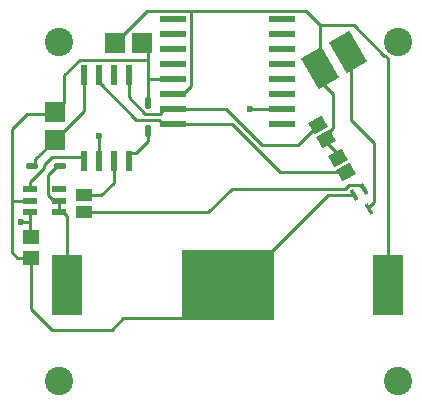
<source format=gbr>
G04*
G04 #@! TF.GenerationSoftware,Altium Limited,Altium Designer,22.4.2 (48)*
G04*
G04 Layer_Physical_Order=1*
G04 Layer_Color=255*
%FSLAX45Y45*%
%MOMM*%
G71*
G04*
G04 #@! TF.SameCoordinates,A1ACB9CE-F43E-4389-816B-9D06E944576F*
G04*
G04*
G04 #@! TF.FilePolarity,Positive*
G04*
G01*
G75*
%ADD11C,0.25400*%
G04:AMPARAMS|DCode=15|XSize=2mm|YSize=3mm|CornerRadius=0mm|HoleSize=0mm|Usage=FLASHONLY|Rotation=30.000|XOffset=0mm|YOffset=0mm|HoleType=Round|Shape=Rectangle|*
%AMROTATEDRECTD15*
4,1,4,-0.11603,-1.79904,-1.61603,0.79904,0.11603,1.79904,1.61603,-0.79904,-0.11603,-1.79904,0.0*
%
%ADD15ROTATEDRECTD15*%

%ADD16R,2.20000X0.60000*%
%ADD17R,2.60000X5.08000*%
%ADD18R,1.80620X1.75395*%
%ADD19R,1.35000X1.00000*%
G04:AMPARAMS|DCode=20|XSize=1.21mm|YSize=0.58mm|CornerRadius=0.0725mm|HoleSize=0mm|Usage=FLASHONLY|Rotation=0.000|XOffset=0mm|YOffset=0mm|HoleType=Round|Shape=RoundedRectangle|*
%AMROUNDEDRECTD20*
21,1,1.21000,0.43500,0,0,0.0*
21,1,1.06500,0.58000,0,0,0.0*
1,1,0.14500,0.53250,-0.21750*
1,1,0.14500,-0.53250,-0.21750*
1,1,0.14500,-0.53250,0.21750*
1,1,0.14500,0.53250,0.21750*
%
%ADD20ROUNDEDRECTD20*%
%ADD21R,1.47000X1.16000*%
G04:AMPARAMS|DCode=22|XSize=1.71mm|YSize=0.58mm|CornerRadius=0.0725mm|HoleSize=0mm|Usage=FLASHONLY|Rotation=90.000|XOffset=0mm|YOffset=0mm|HoleType=Round|Shape=RoundedRectangle|*
%AMROUNDEDRECTD22*
21,1,1.71000,0.43500,0,0,90.0*
21,1,1.56500,0.58000,0,0,90.0*
1,1,0.14500,0.21750,0.78250*
1,1,0.14500,0.21750,-0.78250*
1,1,0.14500,-0.21750,-0.78250*
1,1,0.14500,-0.21750,0.78250*
%
%ADD22ROUNDEDRECTD22*%
G04:AMPARAMS|DCode=23|XSize=1.04mm|YSize=0.46mm|CornerRadius=0.115mm|HoleSize=0mm|Usage=FLASHONLY|Rotation=90.000|XOffset=0mm|YOffset=0mm|HoleType=Round|Shape=RoundedRectangle|*
%AMROUNDEDRECTD23*
21,1,1.04000,0.23000,0,0,90.0*
21,1,0.81000,0.46000,0,0,90.0*
1,1,0.23000,0.11500,0.40500*
1,1,0.23000,0.11500,-0.40500*
1,1,0.23000,-0.11500,-0.40500*
1,1,0.23000,-0.11500,0.40500*
%
%ADD23ROUNDEDRECTD23*%
G04:AMPARAMS|DCode=24|XSize=1.04mm|YSize=0.46mm|CornerRadius=0.115mm|HoleSize=0mm|Usage=FLASHONLY|Rotation=180.000|XOffset=0mm|YOffset=0mm|HoleType=Round|Shape=RoundedRectangle|*
%AMROUNDEDRECTD24*
21,1,1.04000,0.23000,0,0,180.0*
21,1,0.81000,0.46000,0,0,180.0*
1,1,0.23000,-0.40500,0.11500*
1,1,0.23000,0.40500,0.11500*
1,1,0.23000,0.40500,-0.11500*
1,1,0.23000,-0.40500,-0.11500*
%
%ADD24ROUNDEDRECTD24*%
G04:AMPARAMS|DCode=25|XSize=1.1055mm|YSize=1.30822mm|CornerRadius=0mm|HoleSize=0mm|Usage=FLASHONLY|Rotation=120.000|XOffset=0mm|YOffset=0mm|HoleType=Round|Shape=Rectangle|*
%AMROTATEDRECTD25*
4,1,4,0.84285,-0.15164,-0.29010,-0.80575,-0.84285,0.15164,0.29010,0.80575,0.84285,-0.15164,0.0*
%
%ADD25ROTATEDRECTD25*%

G04:AMPARAMS|DCode=26|XSize=1.016mm|YSize=0.3048mm|CornerRadius=0mm|HoleSize=0mm|Usage=FLASHONLY|Rotation=300.000|XOffset=0mm|YOffset=0mm|HoleType=Round|Shape=Rectangle|*
%AMROTATEDRECTD26*
4,1,4,-0.38598,0.36374,-0.12202,0.51614,0.38598,-0.36374,0.12202,-0.51614,-0.38598,0.36374,0.0*
%
%ADD26ROTATEDRECTD26*%

G04:AMPARAMS|DCode=27|XSize=1.016mm|YSize=0.3556mm|CornerRadius=0mm|HoleSize=0mm|Usage=FLASHONLY|Rotation=300.000|XOffset=0mm|YOffset=0mm|HoleType=Round|Shape=Rectangle|*
%AMROTATEDRECTD27*
4,1,4,-0.40798,0.35104,-0.10002,0.52884,0.40798,-0.35104,0.10002,-0.52884,-0.40798,0.35104,0.0*
%
%ADD27ROTATEDRECTD27*%

%ADD28R,1.75395X1.80620*%
%ADD42R,7.80000X5.96000*%
%ADD43C,2.40000*%
%ADD44C,0.60000*%
D11*
X3525471Y3525471D02*
G03*
X3556100Y3501417I115329J115329D01*
G01*
X2981949Y3425692D02*
Y3784600D01*
X2976256Y3420000D02*
X2981949Y3425692D01*
X2976281Y3309991D02*
Y3420024D01*
Y3309991D02*
X3085767Y3200505D01*
X3266342Y3784600D02*
X3525470Y3525472D01*
X3525470Y3525471D02*
X3525470Y3525470D01*
X3525470D01*
X2976281Y3784600D02*
X3266342D01*
X3525470Y3525471D02*
Y3525472D01*
Y3525471D02*
X3525470Y3525471D01*
X3556100Y1587500D02*
Y3501417D01*
X444500Y2120900D02*
X522200D01*
Y2004200D02*
Y2120900D01*
Y2203700D01*
Y2004200D02*
X533400Y1993000D01*
X2387600Y3073400D02*
X2657100D01*
X1657100D02*
X2180042D01*
X2484842Y2768600D01*
X1313350Y1302200D02*
X1911800D01*
X1104900Y2634200D02*
Y2844800D01*
X1231900Y2451100D02*
Y2634200D01*
X1129100Y2348300D02*
X1231900Y2451100D01*
X977900Y2348300D02*
X1129100D01*
X368300Y2298700D02*
X522200D01*
X368300Y1866900D02*
X418200Y1817000D01*
X368300Y2298700D02*
Y2906121D01*
X497479Y3035300D01*
X368300Y1866900D02*
Y2298700D01*
X2641743Y2539857D02*
X3191050D01*
X1737100Y2946400D02*
X2235200D01*
X2641743Y2539857D01*
X2484842Y2768600D02*
X2794000D01*
X2857381Y3903500D02*
X2976281Y3784600D01*
X1885200Y3903500D02*
X2857381D01*
X2197100Y1587500D02*
X2289100D01*
X3236891Y2343691D02*
X3240068Y2346867D01*
X3264990D01*
X2289100Y1587500D02*
X3045290Y2343691D01*
X3236891D01*
X3264990Y2346867D02*
X3268166Y2343691D01*
X1911800Y1302200D02*
X2197100Y1587500D01*
X3189182Y2394491D02*
X3229366Y2434675D01*
X3313177D02*
X3314463Y2433389D01*
X3319001D02*
X3356154Y2396236D01*
X3229366Y2434675D02*
X3313177D01*
X3356154Y2394491D02*
Y2396236D01*
X3314463Y2433389D02*
X3319001D01*
X1241288Y3634813D02*
X1316285Y3709810D01*
X1511548Y3903500D02*
X1885200D01*
X1317858Y3709810D02*
X1511548Y3903500D01*
X1241288Y3633239D02*
Y3634813D01*
X1316285Y3709810D02*
X1317858D01*
X1424100Y2984500D02*
X1612900D01*
X1633700Y2963700D02*
X1719800D01*
X1612900Y2984500D02*
X1633700Y2963700D01*
X1719800D02*
X1737100Y2946400D01*
X1104900Y3303700D02*
X1424100Y2984500D01*
X1495455Y3035300D02*
X1624921D01*
X1639800Y3050179D01*
X1358900Y3171855D02*
X1495455Y3035300D01*
X1639800Y3056100D02*
X1657100Y3073400D01*
X1639800Y3050179D02*
Y3056100D01*
X1524000Y3492500D02*
Y3559312D01*
Y3327400D02*
Y3492500D01*
X739213Y3051312D02*
X814210Y3126310D01*
Y3360645D01*
X946066Y3492500D01*
X736600Y3051312D02*
X739213D01*
X946066Y3492500D02*
X1524000D01*
X522200Y2393700D02*
Y2452600D01*
X575278Y2505678D02*
X578423D01*
X646817Y2602617D02*
X711200Y2667000D01*
X522200Y2452600D02*
X575278Y2505678D01*
X646817Y2574072D02*
Y2602617D01*
X578423Y2505678D02*
X646817Y2574072D01*
X711200Y2667000D02*
X961600D01*
X674600Y2348000D02*
Y2515000D01*
X750400Y2590800D01*
X707600Y2315000D02*
X756900D01*
X773200Y2298700D01*
X674600Y2348000D02*
X707600Y2315000D01*
X961600Y2667000D02*
X977900Y2650700D01*
Y2634200D02*
Y2650700D01*
X1885200Y3268500D02*
Y3903500D01*
X1817100Y3200400D02*
X1885200Y3268500D01*
X733987Y2816088D02*
X736600D01*
X977900Y3054775D02*
Y3360200D01*
X739213Y2816088D02*
X977900Y3054775D01*
X736600Y2816088D02*
X739213D01*
X1737100Y3200400D02*
X1817100D01*
X1524000Y3128900D02*
Y3327400D01*
X1737100D01*
X1476512Y3606800D02*
X1524000Y3559312D01*
X750400Y2590800D02*
X779400D01*
X559500D02*
X569800Y2601100D01*
Y2651900D02*
X733987Y2816088D01*
X541400Y2590800D02*
X559500D01*
X569800Y2601100D02*
Y2651900D01*
X720588Y3035300D02*
X736600Y3051312D01*
X497479Y3035300D02*
X720588D01*
X1375200Y2702800D02*
X1426000D01*
X1358900Y2686500D02*
X1375200Y2702800D01*
X1524000Y2800800D02*
Y2890900D01*
X1426000Y2702800D02*
X1524000Y2800800D01*
X1358900Y2634200D02*
Y2686500D01*
X1104900Y3303700D02*
Y3360200D01*
X1358900Y3171855D02*
Y3360200D01*
X3191050Y2539857D02*
X3196118Y2544925D01*
X2794000Y2768600D02*
X2963382Y2937982D01*
Y2941475D01*
X418200Y1817000D02*
X533400D01*
X711200Y1206500D02*
X1217650D01*
X533400Y1384300D02*
Y1817000D01*
Y1384300D02*
X711200Y1206500D01*
X1217650D02*
X1313350Y1302200D01*
X773200Y2203700D02*
Y2298700D01*
X804700Y2203700D02*
X838100Y2170300D01*
X773200Y2203700D02*
X804700D01*
X838100Y1587500D02*
Y2170300D01*
X977900Y2198300D02*
X2035135D01*
X2231326Y2394491D01*
X3189182D01*
X3031018Y2855781D02*
X3085767Y2910529D01*
Y3200505D01*
X3031018Y2824325D02*
Y2855781D01*
X3128482Y2662075D02*
Y2694468D01*
X3031018Y2791932D02*
X3128482Y2694468D01*
X3031018Y2791932D02*
Y2824325D01*
X3393440Y2241325D02*
X3435052Y2282937D01*
X3393440Y2228309D02*
Y2241325D01*
X3238100Y2980347D02*
X3435052Y2783395D01*
Y2282937D02*
Y2783395D01*
X3238100Y2980347D02*
Y3531000D01*
X3213100Y3556000D02*
X3238100Y3531000D01*
D15*
X3218744Y3560000D02*
D03*
X2976256Y3420000D02*
D03*
D16*
X1737100Y2946400D02*
D03*
Y3073400D02*
D03*
X2657100Y3835400D02*
D03*
X1737100Y3708400D02*
D03*
X2657100D02*
D03*
Y3454400D02*
D03*
X1737100Y3835400D02*
D03*
X2657100Y3581400D02*
D03*
X1737100D02*
D03*
Y3454400D02*
D03*
Y3200400D02*
D03*
X2657100Y3327400D02*
D03*
Y3200400D02*
D03*
Y2946400D02*
D03*
X1737100Y3327400D02*
D03*
X2657100Y3073400D02*
D03*
D17*
X838100Y1587500D02*
D03*
X3556100D02*
D03*
D18*
X736600Y3051312D02*
D03*
Y2816088D02*
D03*
D19*
X977900Y2348300D02*
D03*
Y2198300D02*
D03*
D20*
X773200Y2203700D02*
D03*
Y2298700D02*
D03*
Y2393700D02*
D03*
X522200Y2203700D02*
D03*
Y2298700D02*
D03*
Y2393700D02*
D03*
D21*
X533400Y1817000D02*
D03*
Y1993000D02*
D03*
D22*
X977900Y2634200D02*
D03*
X1104900D02*
D03*
X1231900D02*
D03*
X1358900D02*
D03*
Y3360200D02*
D03*
X1231900D02*
D03*
X1104900D02*
D03*
X977900D02*
D03*
D23*
X1524000Y3128900D02*
D03*
Y2890900D02*
D03*
D24*
X541400Y2590800D02*
D03*
X779400D02*
D03*
D25*
X3128482Y2662075D02*
D03*
X3196118Y2544925D02*
D03*
X3031018Y2824325D02*
D03*
X2963382Y2941475D02*
D03*
D26*
X3393440Y2228309D02*
D03*
D27*
X3268166Y2343691D02*
D03*
X3356154Y2394491D02*
D03*
D28*
X1476512Y3632200D02*
D03*
X1241288D02*
D03*
D42*
X2197100Y1587500D02*
D03*
D43*
X770000Y3640800D02*
D03*
X3640800D02*
D03*
Y770000D02*
D03*
X770000D02*
D03*
D44*
X444500Y2120900D02*
D03*
X2387600Y3073400D02*
D03*
X1104900Y2844800D02*
D03*
M02*

</source>
